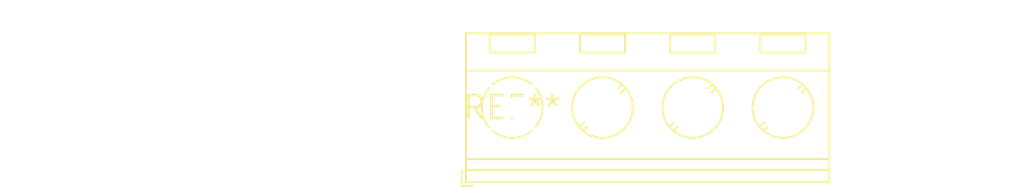
<source format=kicad_pcb>
(kicad_pcb (version 20240108) (generator pcbnew)
  (layers (0 "F.Cu" signal) (31 "B.Cu" signal) (34 "B.Paste" user) (35 "F.Paste" user) (36 "B.SilkS" user "B.Silkscreen") (37 "F.SilkS" user "F.Silkscreen") (38 "B.Mask" user) (39 "F.Mask" user) (44 "Edge.Cuts" user))
  (net 0 "")
  (footprint "TerminalBlock_RND_205-00047_1x04_P5.00mm_Horizontal" (layer "F.Cu") (at 0 0)
    (property "Reference" "REF**")
    (property "Value" "TerminalBlock_RND_205-00047_1x04_P5.00mm_Horizontal")
    (fp_line (start -2.8 3.51) (end -2.8 4.35) (layer "F.SilkS") (stroke (width 0.12)))
    (fp_line (start -2.8 4.35) (end -2.2 4.35) (layer "F.SilkS") (stroke (width 0.12)))
    (fp_line (start -2.56 -4.11) (end -2.56 4.11) (layer "F.SilkS") (stroke (width 0.12)))
    (fp_line (start -2.56 -4.11) (end 17.561 -4.11) (layer "F.SilkS") (stroke (width 0.12)))
    (fp_line (start -2.56 -2.05) (end 17.561 -2.05) (layer "F.SilkS") (stroke (width 0.12)))
    (fp_line (start -2.56 2.85) (end 17.561 2.85) (layer "F.SilkS") (stroke (width 0.12)))
    (fp_line (start -2.56 3.45) (end 17.561 3.45) (layer "F.SilkS") (stroke (width 0.12)))
    (fp_line (start -2.56 4.11) (end 17.561 4.11) (layer "F.SilkS") (stroke (width 0.12)))
    (fp_line (start -1.25 -4.05) (end -1.25 -3.05) (layer "F.SilkS") (stroke (width 0.12)))
    (fp_line (start -1.25 -4.05) (end 1.25 -4.05) (layer "F.SilkS") (stroke (width 0.12)))
    (fp_line (start -1.25 -3.05) (end 1.25 -3.05) (layer "F.SilkS") (stroke (width 0.12)))
    (fp_line (start 1.25 -4.05) (end 1.25 -3.05) (layer "F.SilkS") (stroke (width 0.12)))
    (fp_line (start 3.75 -4.05) (end 3.75 -3.05) (layer "F.SilkS") (stroke (width 0.12)))
    (fp_line (start 3.75 -4.05) (end 6.25 -4.05) (layer "F.SilkS") (stroke (width 0.12)))
    (fp_line (start 3.75 -3.05) (end 6.25 -3.05) (layer "F.SilkS") (stroke (width 0.12)))
    (fp_line (start 3.972 0.823) (end 3.726 1.069) (layer "F.SilkS") (stroke (width 0.12)))
    (fp_line (start 4.13 1.075) (end 3.931 1.274) (layer "F.SilkS") (stroke (width 0.12)))
    (fp_line (start 6.07 -1.275) (end 5.859 -1.064) (layer "F.SilkS") (stroke (width 0.12)))
    (fp_line (start 6.25 -4.05) (end 6.25 -3.05) (layer "F.SilkS") (stroke (width 0.12)))
    (fp_line (start 6.275 -1.069) (end 6.029 -0.823) (layer "F.SilkS") (stroke (width 0.12)))
    (fp_line (start 8.75 -4.05) (end 8.75 -3.05) (layer "F.SilkS") (stroke (width 0.12)))
    (fp_line (start 8.75 -4.05) (end 11.25 -4.05) (layer "F.SilkS") (stroke (width 0.12)))
    (fp_line (start 8.75 -3.05) (end 11.25 -3.05) (layer "F.SilkS") (stroke (width 0.12)))
    (fp_line (start 8.972 0.823) (end 8.726 1.069) (layer "F.SilkS") (stroke (width 0.12)))
    (fp_line (start 9.13 1.075) (end 8.931 1.274) (layer "F.SilkS") (stroke (width 0.12)))
    (fp_line (start 11.07 -1.275) (end 10.859 -1.064) (layer "F.SilkS") (stroke (width 0.12)))
    (fp_line (start 11.25 -4.05) (end 11.25 -3.05) (layer "F.SilkS") (stroke (width 0.12)))
    (fp_line (start 11.275 -1.069) (end 11.029 -0.823) (layer "F.SilkS") (stroke (width 0.12)))
    (fp_line (start 13.75 -4.05) (end 13.75 -3.05) (layer "F.SilkS") (stroke (width 0.12)))
    (fp_line (start 13.75 -4.05) (end 16.25 -4.05) (layer "F.SilkS") (stroke (width 0.12)))
    (fp_line (start 13.75 -3.05) (end 16.25 -3.05) (layer "F.SilkS") (stroke (width 0.12)))
    (fp_line (start 13.972 0.823) (end 13.726 1.069) (layer "F.SilkS") (stroke (width 0.12)))
    (fp_line (start 14.13 1.075) (end 13.931 1.274) (layer "F.SilkS") (stroke (width 0.12)))
    (fp_line (start 16.07 -1.275) (end 15.859 -1.064) (layer "F.SilkS") (stroke (width 0.12)))
    (fp_line (start 16.25 -4.05) (end 16.25 -3.05) (layer "F.SilkS") (stroke (width 0.12)))
    (fp_line (start 16.275 -1.069) (end 16.029 -0.823) (layer "F.SilkS") (stroke (width 0.12)))
    (fp_line (start 17.561 -4.11) (end 17.561 4.11) (layer "F.SilkS") (stroke (width 0.12)))
    (fp_arc (start -1.288062 1.079734) (mid -1.680752 -0.000826) (end -1.287 -1.081) (layer "F.SilkS") (stroke (width 0.12)))
    (fp_arc (start -1.079908 -1.287078) (mid 6e-05 -1.68011) (end 1.08 -1.287) (layer "F.SilkS") (stroke (width 0.12)))
    (fp_arc (start 0.028507 1.680511) (mid -0.561826 1.584071) (end -1.081 1.287) (layer "F.SilkS") (stroke (width 0.12)))
    (fp_arc (start 1.079883 1.286955) (mid 0.574594 1.578684) (end 0 1.68) (layer "F.SilkS") (stroke (width 0.12)))
    (fp_arc (start 1.287078 -1.079908) (mid 1.68011 6e-05) (end 1.287 1.08) (layer "F.SilkS") (stroke (width 0.12)))
    (fp_circle (center 5 0) (end 6.68 0) (layer "F.SilkS") (stroke (width 0.12)) (fill none))
    (fp_circle (center 10 0) (end 11.68 0) (layer "F.SilkS") (stroke (width 0.12)) (fill none))
    (fp_circle (center 15 0) (end 16.68 0) (layer "F.SilkS") (stroke (width 0.12)) (fill none))
    (pad "1" thru_hole rect (at 0 0) (size 2.1 2.1) (drill 1.1) (layers *.Cu *.Mask) (remove_unused_layers))
    (pad "2" thru_hole circle (at 5 0) (size 2.1 2.1) (drill 1.1) (layers *.Cu *.Mask) (remove_unused_layers))
    (pad "3" thru_hole circle (at 10 0) (size 2.1 2.1) (drill 1.1) (layers *.Cu *.Mask) (remove_unused_layers))
    (pad "4" thru_hole circle (at 15 0) (size 2.1 2.1) (drill 1.1) (layers *.Cu *.Mask) (remove_unused_layers))
  )
)
</source>
